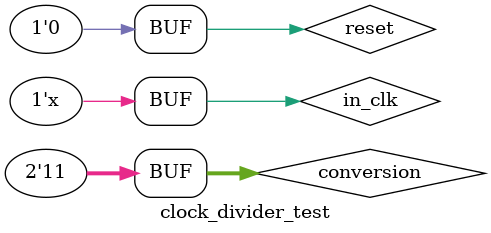
<source format=sv>
module clock_divider_test();

logic in_clk, out_clk, reset;
logic[1:0] conversion;

clock_divider DUT(in_clk, reset, conversion, out_clk);

	initial begin
		in_clk = 0; reset = 1; conversion = 2'b10;
		#10 reset = 0;
		#100 conversion = 2'b11;
	end
	
	always 
		#5 in_clk = ~in_clk; 
endmodule 
</source>
